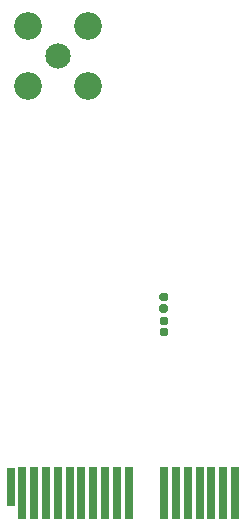
<source format=gbr>
%TF.GenerationSoftware,KiCad,Pcbnew,5.1.6*%
%TF.CreationDate,2020-08-11T21:36:28+00:00*%
%TF.ProjectId,SoundCard,536f756e-6443-4617-9264-2e6b69636164,rev?*%
%TF.SameCoordinates,Original*%
%TF.FileFunction,Soldermask,Bot*%
%TF.FilePolarity,Negative*%
%FSLAX46Y46*%
G04 Gerber Fmt 4.6, Leading zero omitted, Abs format (unit mm)*
G04 Created by KiCad (PCBNEW 5.1.6) date 2020-08-11 21:36:28*
%MOMM*%
%LPD*%
G01*
G04 APERTURE LIST*
%ADD10R,0.800000X3.300000*%
%ADD11R,0.800000X4.400000*%
%ADD12C,2.150000*%
%ADD13C,2.350000*%
G04 APERTURE END LIST*
D10*
%TO.C,P1*%
X133451600Y-149818000D03*
D11*
X134451600Y-150368000D03*
X135451600Y-150368000D03*
X136451600Y-150368000D03*
X137451600Y-150368000D03*
X138451600Y-150368000D03*
X139451600Y-150368000D03*
X140451600Y-150368000D03*
X141451600Y-150368000D03*
X142451600Y-150368000D03*
X143451600Y-150368000D03*
X148451600Y-150368000D03*
X149451600Y-150368000D03*
X150451600Y-150368000D03*
X151451600Y-150368000D03*
X152451600Y-150368000D03*
X146451600Y-150368000D03*
X147451600Y-150368000D03*
%TD*%
D12*
%TO.C,J1*%
X137505440Y-113350040D03*
D13*
X140045440Y-115890040D03*
X140045440Y-110810040D03*
X134965440Y-110810040D03*
X134965440Y-115890040D03*
%TD*%
%TO.C,R8*%
G36*
G01*
X146223340Y-134376320D02*
X146618340Y-134376320D01*
G75*
G02*
X146790840Y-134548820I0J-172500D01*
G01*
X146790840Y-134893820D01*
G75*
G02*
X146618340Y-135066320I-172500J0D01*
G01*
X146223340Y-135066320D01*
G75*
G02*
X146050840Y-134893820I0J172500D01*
G01*
X146050840Y-134548820D01*
G75*
G02*
X146223340Y-134376320I172500J0D01*
G01*
G37*
G36*
G01*
X146223340Y-133406320D02*
X146618340Y-133406320D01*
G75*
G02*
X146790840Y-133578820I0J-172500D01*
G01*
X146790840Y-133923820D01*
G75*
G02*
X146618340Y-134096320I-172500J0D01*
G01*
X146223340Y-134096320D01*
G75*
G02*
X146050840Y-133923820I0J172500D01*
G01*
X146050840Y-133578820D01*
G75*
G02*
X146223340Y-133406320I172500J0D01*
G01*
G37*
%TD*%
%TO.C,R9*%
G36*
G01*
X146243660Y-136388000D02*
X146638660Y-136388000D01*
G75*
G02*
X146811160Y-136560500I0J-172500D01*
G01*
X146811160Y-136905500D01*
G75*
G02*
X146638660Y-137078000I-172500J0D01*
G01*
X146243660Y-137078000D01*
G75*
G02*
X146071160Y-136905500I0J172500D01*
G01*
X146071160Y-136560500D01*
G75*
G02*
X146243660Y-136388000I172500J0D01*
G01*
G37*
G36*
G01*
X146243660Y-135418000D02*
X146638660Y-135418000D01*
G75*
G02*
X146811160Y-135590500I0J-172500D01*
G01*
X146811160Y-135935500D01*
G75*
G02*
X146638660Y-136108000I-172500J0D01*
G01*
X146243660Y-136108000D01*
G75*
G02*
X146071160Y-135935500I0J172500D01*
G01*
X146071160Y-135590500D01*
G75*
G02*
X146243660Y-135418000I172500J0D01*
G01*
G37*
%TD*%
M02*

</source>
